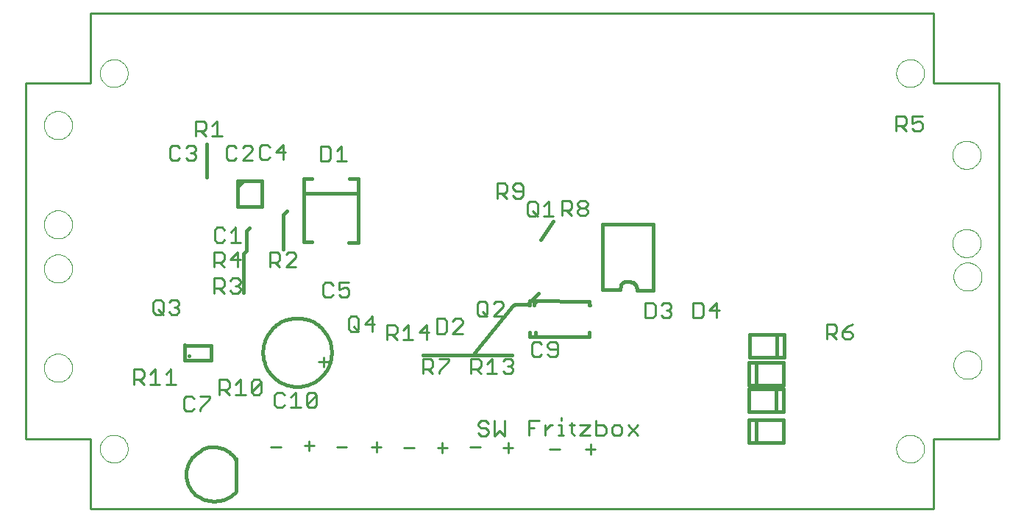
<source format=gto>
G75*
%MOIN*%
%OFA0B0*%
%FSLAX24Y24*%
%IPPOS*%
%LPD*%
%AMOC8*
5,1,8,0,0,1.08239X$1,22.5*
%
%ADD10C,0.0100*%
%ADD11C,0.0000*%
%ADD12C,0.0110*%
%ADD13C,0.0160*%
D10*
X004668Y002075D02*
X042857Y002075D01*
X042857Y005224D01*
X045810Y005224D01*
X045810Y021366D01*
X042857Y021366D01*
X042857Y024516D01*
X004668Y024516D01*
X004668Y021366D01*
X001715Y021366D01*
X001715Y005224D01*
X004668Y005224D01*
X004668Y002075D01*
D11*
X005091Y004781D02*
X005093Y004831D01*
X005099Y004881D01*
X005109Y004930D01*
X005123Y004978D01*
X005140Y005025D01*
X005161Y005070D01*
X005186Y005114D01*
X005214Y005155D01*
X005246Y005194D01*
X005280Y005231D01*
X005317Y005265D01*
X005357Y005295D01*
X005399Y005322D01*
X005443Y005346D01*
X005489Y005367D01*
X005536Y005383D01*
X005584Y005396D01*
X005634Y005405D01*
X005683Y005410D01*
X005734Y005411D01*
X005784Y005408D01*
X005833Y005401D01*
X005882Y005390D01*
X005930Y005375D01*
X005976Y005357D01*
X006021Y005335D01*
X006064Y005309D01*
X006105Y005280D01*
X006144Y005248D01*
X006180Y005213D01*
X006212Y005175D01*
X006242Y005135D01*
X006269Y005092D01*
X006292Y005048D01*
X006311Y005002D01*
X006327Y004954D01*
X006339Y004905D01*
X006347Y004856D01*
X006351Y004806D01*
X006351Y004756D01*
X006347Y004706D01*
X006339Y004657D01*
X006327Y004608D01*
X006311Y004560D01*
X006292Y004514D01*
X006269Y004470D01*
X006242Y004427D01*
X006212Y004387D01*
X006180Y004349D01*
X006144Y004314D01*
X006105Y004282D01*
X006064Y004253D01*
X006021Y004227D01*
X005976Y004205D01*
X005930Y004187D01*
X005882Y004172D01*
X005833Y004161D01*
X005784Y004154D01*
X005734Y004151D01*
X005683Y004152D01*
X005634Y004157D01*
X005584Y004166D01*
X005536Y004179D01*
X005489Y004195D01*
X005443Y004216D01*
X005399Y004240D01*
X005357Y004267D01*
X005317Y004297D01*
X005280Y004331D01*
X005246Y004368D01*
X005214Y004407D01*
X005186Y004448D01*
X005161Y004492D01*
X005140Y004537D01*
X005123Y004584D01*
X005109Y004632D01*
X005099Y004681D01*
X005093Y004731D01*
X005091Y004781D01*
X002550Y008452D02*
X002552Y008502D01*
X002558Y008552D01*
X002568Y008601D01*
X002581Y008650D01*
X002599Y008697D01*
X002620Y008743D01*
X002644Y008786D01*
X002672Y008828D01*
X002703Y008868D01*
X002737Y008905D01*
X002774Y008939D01*
X002814Y008970D01*
X002856Y008998D01*
X002899Y009022D01*
X002945Y009043D01*
X002992Y009061D01*
X003041Y009074D01*
X003090Y009084D01*
X003140Y009090D01*
X003190Y009092D01*
X003240Y009090D01*
X003290Y009084D01*
X003339Y009074D01*
X003388Y009061D01*
X003435Y009043D01*
X003481Y009022D01*
X003524Y008998D01*
X003566Y008970D01*
X003606Y008939D01*
X003643Y008905D01*
X003677Y008868D01*
X003708Y008828D01*
X003736Y008786D01*
X003760Y008743D01*
X003781Y008697D01*
X003799Y008650D01*
X003812Y008601D01*
X003822Y008552D01*
X003828Y008502D01*
X003830Y008452D01*
X003828Y008402D01*
X003822Y008352D01*
X003812Y008303D01*
X003799Y008254D01*
X003781Y008207D01*
X003760Y008161D01*
X003736Y008118D01*
X003708Y008076D01*
X003677Y008036D01*
X003643Y007999D01*
X003606Y007965D01*
X003566Y007934D01*
X003524Y007906D01*
X003481Y007882D01*
X003435Y007861D01*
X003388Y007843D01*
X003339Y007830D01*
X003290Y007820D01*
X003240Y007814D01*
X003190Y007812D01*
X003140Y007814D01*
X003090Y007820D01*
X003041Y007830D01*
X002992Y007843D01*
X002945Y007861D01*
X002899Y007882D01*
X002856Y007906D01*
X002814Y007934D01*
X002774Y007965D01*
X002737Y007999D01*
X002703Y008036D01*
X002672Y008076D01*
X002644Y008118D01*
X002620Y008161D01*
X002599Y008207D01*
X002581Y008254D01*
X002568Y008303D01*
X002558Y008352D01*
X002552Y008402D01*
X002550Y008452D01*
X002550Y012952D02*
X002552Y013002D01*
X002558Y013052D01*
X002568Y013101D01*
X002581Y013150D01*
X002599Y013197D01*
X002620Y013243D01*
X002644Y013286D01*
X002672Y013328D01*
X002703Y013368D01*
X002737Y013405D01*
X002774Y013439D01*
X002814Y013470D01*
X002856Y013498D01*
X002899Y013522D01*
X002945Y013543D01*
X002992Y013561D01*
X003041Y013574D01*
X003090Y013584D01*
X003140Y013590D01*
X003190Y013592D01*
X003240Y013590D01*
X003290Y013584D01*
X003339Y013574D01*
X003388Y013561D01*
X003435Y013543D01*
X003481Y013522D01*
X003524Y013498D01*
X003566Y013470D01*
X003606Y013439D01*
X003643Y013405D01*
X003677Y013368D01*
X003708Y013328D01*
X003736Y013286D01*
X003760Y013243D01*
X003781Y013197D01*
X003799Y013150D01*
X003812Y013101D01*
X003822Y013052D01*
X003828Y013002D01*
X003830Y012952D01*
X003828Y012902D01*
X003822Y012852D01*
X003812Y012803D01*
X003799Y012754D01*
X003781Y012707D01*
X003760Y012661D01*
X003736Y012618D01*
X003708Y012576D01*
X003677Y012536D01*
X003643Y012499D01*
X003606Y012465D01*
X003566Y012434D01*
X003524Y012406D01*
X003481Y012382D01*
X003435Y012361D01*
X003388Y012343D01*
X003339Y012330D01*
X003290Y012320D01*
X003240Y012314D01*
X003190Y012312D01*
X003140Y012314D01*
X003090Y012320D01*
X003041Y012330D01*
X002992Y012343D01*
X002945Y012361D01*
X002899Y012382D01*
X002856Y012406D01*
X002814Y012434D01*
X002774Y012465D01*
X002737Y012499D01*
X002703Y012536D01*
X002672Y012576D01*
X002644Y012618D01*
X002620Y012661D01*
X002599Y012707D01*
X002581Y012754D01*
X002568Y012803D01*
X002558Y012852D01*
X002552Y012902D01*
X002550Y012952D01*
X002550Y014952D02*
X002552Y015002D01*
X002558Y015052D01*
X002568Y015101D01*
X002581Y015150D01*
X002599Y015197D01*
X002620Y015243D01*
X002644Y015286D01*
X002672Y015328D01*
X002703Y015368D01*
X002737Y015405D01*
X002774Y015439D01*
X002814Y015470D01*
X002856Y015498D01*
X002899Y015522D01*
X002945Y015543D01*
X002992Y015561D01*
X003041Y015574D01*
X003090Y015584D01*
X003140Y015590D01*
X003190Y015592D01*
X003240Y015590D01*
X003290Y015584D01*
X003339Y015574D01*
X003388Y015561D01*
X003435Y015543D01*
X003481Y015522D01*
X003524Y015498D01*
X003566Y015470D01*
X003606Y015439D01*
X003643Y015405D01*
X003677Y015368D01*
X003708Y015328D01*
X003736Y015286D01*
X003760Y015243D01*
X003781Y015197D01*
X003799Y015150D01*
X003812Y015101D01*
X003822Y015052D01*
X003828Y015002D01*
X003830Y014952D01*
X003828Y014902D01*
X003822Y014852D01*
X003812Y014803D01*
X003799Y014754D01*
X003781Y014707D01*
X003760Y014661D01*
X003736Y014618D01*
X003708Y014576D01*
X003677Y014536D01*
X003643Y014499D01*
X003606Y014465D01*
X003566Y014434D01*
X003524Y014406D01*
X003481Y014382D01*
X003435Y014361D01*
X003388Y014343D01*
X003339Y014330D01*
X003290Y014320D01*
X003240Y014314D01*
X003190Y014312D01*
X003140Y014314D01*
X003090Y014320D01*
X003041Y014330D01*
X002992Y014343D01*
X002945Y014361D01*
X002899Y014382D01*
X002856Y014406D01*
X002814Y014434D01*
X002774Y014465D01*
X002737Y014499D01*
X002703Y014536D01*
X002672Y014576D01*
X002644Y014618D01*
X002620Y014661D01*
X002599Y014707D01*
X002581Y014754D01*
X002568Y014803D01*
X002558Y014852D01*
X002552Y014902D01*
X002550Y014952D01*
X002550Y019452D02*
X002552Y019502D01*
X002558Y019552D01*
X002568Y019601D01*
X002581Y019650D01*
X002599Y019697D01*
X002620Y019743D01*
X002644Y019786D01*
X002672Y019828D01*
X002703Y019868D01*
X002737Y019905D01*
X002774Y019939D01*
X002814Y019970D01*
X002856Y019998D01*
X002899Y020022D01*
X002945Y020043D01*
X002992Y020061D01*
X003041Y020074D01*
X003090Y020084D01*
X003140Y020090D01*
X003190Y020092D01*
X003240Y020090D01*
X003290Y020084D01*
X003339Y020074D01*
X003388Y020061D01*
X003435Y020043D01*
X003481Y020022D01*
X003524Y019998D01*
X003566Y019970D01*
X003606Y019939D01*
X003643Y019905D01*
X003677Y019868D01*
X003708Y019828D01*
X003736Y019786D01*
X003760Y019743D01*
X003781Y019697D01*
X003799Y019650D01*
X003812Y019601D01*
X003822Y019552D01*
X003828Y019502D01*
X003830Y019452D01*
X003828Y019402D01*
X003822Y019352D01*
X003812Y019303D01*
X003799Y019254D01*
X003781Y019207D01*
X003760Y019161D01*
X003736Y019118D01*
X003708Y019076D01*
X003677Y019036D01*
X003643Y018999D01*
X003606Y018965D01*
X003566Y018934D01*
X003524Y018906D01*
X003481Y018882D01*
X003435Y018861D01*
X003388Y018843D01*
X003339Y018830D01*
X003290Y018820D01*
X003240Y018814D01*
X003190Y018812D01*
X003140Y018814D01*
X003090Y018820D01*
X003041Y018830D01*
X002992Y018843D01*
X002945Y018861D01*
X002899Y018882D01*
X002856Y018906D01*
X002814Y018934D01*
X002774Y018965D01*
X002737Y018999D01*
X002703Y019036D01*
X002672Y019076D01*
X002644Y019118D01*
X002620Y019161D01*
X002599Y019207D01*
X002581Y019254D01*
X002568Y019303D01*
X002558Y019352D01*
X002552Y019402D01*
X002550Y019452D01*
X005091Y021809D02*
X005093Y021859D01*
X005099Y021909D01*
X005109Y021958D01*
X005123Y022006D01*
X005140Y022053D01*
X005161Y022098D01*
X005186Y022142D01*
X005214Y022183D01*
X005246Y022222D01*
X005280Y022259D01*
X005317Y022293D01*
X005357Y022323D01*
X005399Y022350D01*
X005443Y022374D01*
X005489Y022395D01*
X005536Y022411D01*
X005584Y022424D01*
X005634Y022433D01*
X005683Y022438D01*
X005734Y022439D01*
X005784Y022436D01*
X005833Y022429D01*
X005882Y022418D01*
X005930Y022403D01*
X005976Y022385D01*
X006021Y022363D01*
X006064Y022337D01*
X006105Y022308D01*
X006144Y022276D01*
X006180Y022241D01*
X006212Y022203D01*
X006242Y022163D01*
X006269Y022120D01*
X006292Y022076D01*
X006311Y022030D01*
X006327Y021982D01*
X006339Y021933D01*
X006347Y021884D01*
X006351Y021834D01*
X006351Y021784D01*
X006347Y021734D01*
X006339Y021685D01*
X006327Y021636D01*
X006311Y021588D01*
X006292Y021542D01*
X006269Y021498D01*
X006242Y021455D01*
X006212Y021415D01*
X006180Y021377D01*
X006144Y021342D01*
X006105Y021310D01*
X006064Y021281D01*
X006021Y021255D01*
X005976Y021233D01*
X005930Y021215D01*
X005882Y021200D01*
X005833Y021189D01*
X005784Y021182D01*
X005734Y021179D01*
X005683Y021180D01*
X005634Y021185D01*
X005584Y021194D01*
X005536Y021207D01*
X005489Y021223D01*
X005443Y021244D01*
X005399Y021268D01*
X005357Y021295D01*
X005317Y021325D01*
X005280Y021359D01*
X005246Y021396D01*
X005214Y021435D01*
X005186Y021476D01*
X005161Y021520D01*
X005140Y021565D01*
X005123Y021612D01*
X005109Y021660D01*
X005099Y021709D01*
X005093Y021759D01*
X005091Y021809D01*
X041174Y021809D02*
X041176Y021859D01*
X041182Y021909D01*
X041192Y021958D01*
X041206Y022006D01*
X041223Y022053D01*
X041244Y022098D01*
X041269Y022142D01*
X041297Y022183D01*
X041329Y022222D01*
X041363Y022259D01*
X041400Y022293D01*
X041440Y022323D01*
X041482Y022350D01*
X041526Y022374D01*
X041572Y022395D01*
X041619Y022411D01*
X041667Y022424D01*
X041717Y022433D01*
X041766Y022438D01*
X041817Y022439D01*
X041867Y022436D01*
X041916Y022429D01*
X041965Y022418D01*
X042013Y022403D01*
X042059Y022385D01*
X042104Y022363D01*
X042147Y022337D01*
X042188Y022308D01*
X042227Y022276D01*
X042263Y022241D01*
X042295Y022203D01*
X042325Y022163D01*
X042352Y022120D01*
X042375Y022076D01*
X042394Y022030D01*
X042410Y021982D01*
X042422Y021933D01*
X042430Y021884D01*
X042434Y021834D01*
X042434Y021784D01*
X042430Y021734D01*
X042422Y021685D01*
X042410Y021636D01*
X042394Y021588D01*
X042375Y021542D01*
X042352Y021498D01*
X042325Y021455D01*
X042295Y021415D01*
X042263Y021377D01*
X042227Y021342D01*
X042188Y021310D01*
X042147Y021281D01*
X042104Y021255D01*
X042059Y021233D01*
X042013Y021215D01*
X041965Y021200D01*
X041916Y021189D01*
X041867Y021182D01*
X041817Y021179D01*
X041766Y021180D01*
X041717Y021185D01*
X041667Y021194D01*
X041619Y021207D01*
X041572Y021223D01*
X041526Y021244D01*
X041482Y021268D01*
X041440Y021295D01*
X041400Y021325D01*
X041363Y021359D01*
X041329Y021396D01*
X041297Y021435D01*
X041269Y021476D01*
X041244Y021520D01*
X041223Y021565D01*
X041206Y021612D01*
X041192Y021660D01*
X041182Y021709D01*
X041176Y021759D01*
X041174Y021809D01*
X043718Y018102D02*
X043720Y018152D01*
X043726Y018202D01*
X043736Y018251D01*
X043749Y018300D01*
X043767Y018347D01*
X043788Y018393D01*
X043812Y018436D01*
X043840Y018478D01*
X043871Y018518D01*
X043905Y018555D01*
X043942Y018589D01*
X043982Y018620D01*
X044024Y018648D01*
X044067Y018672D01*
X044113Y018693D01*
X044160Y018711D01*
X044209Y018724D01*
X044258Y018734D01*
X044308Y018740D01*
X044358Y018742D01*
X044408Y018740D01*
X044458Y018734D01*
X044507Y018724D01*
X044556Y018711D01*
X044603Y018693D01*
X044649Y018672D01*
X044692Y018648D01*
X044734Y018620D01*
X044774Y018589D01*
X044811Y018555D01*
X044845Y018518D01*
X044876Y018478D01*
X044904Y018436D01*
X044928Y018393D01*
X044949Y018347D01*
X044967Y018300D01*
X044980Y018251D01*
X044990Y018202D01*
X044996Y018152D01*
X044998Y018102D01*
X044996Y018052D01*
X044990Y018002D01*
X044980Y017953D01*
X044967Y017904D01*
X044949Y017857D01*
X044928Y017811D01*
X044904Y017768D01*
X044876Y017726D01*
X044845Y017686D01*
X044811Y017649D01*
X044774Y017615D01*
X044734Y017584D01*
X044692Y017556D01*
X044649Y017532D01*
X044603Y017511D01*
X044556Y017493D01*
X044507Y017480D01*
X044458Y017470D01*
X044408Y017464D01*
X044358Y017462D01*
X044308Y017464D01*
X044258Y017470D01*
X044209Y017480D01*
X044160Y017493D01*
X044113Y017511D01*
X044067Y017532D01*
X044024Y017556D01*
X043982Y017584D01*
X043942Y017615D01*
X043905Y017649D01*
X043871Y017686D01*
X043840Y017726D01*
X043812Y017768D01*
X043788Y017811D01*
X043767Y017857D01*
X043749Y017904D01*
X043736Y017953D01*
X043726Y018002D01*
X043720Y018052D01*
X043718Y018102D01*
X043718Y014102D02*
X043720Y014152D01*
X043726Y014202D01*
X043736Y014251D01*
X043749Y014300D01*
X043767Y014347D01*
X043788Y014393D01*
X043812Y014436D01*
X043840Y014478D01*
X043871Y014518D01*
X043905Y014555D01*
X043942Y014589D01*
X043982Y014620D01*
X044024Y014648D01*
X044067Y014672D01*
X044113Y014693D01*
X044160Y014711D01*
X044209Y014724D01*
X044258Y014734D01*
X044308Y014740D01*
X044358Y014742D01*
X044408Y014740D01*
X044458Y014734D01*
X044507Y014724D01*
X044556Y014711D01*
X044603Y014693D01*
X044649Y014672D01*
X044692Y014648D01*
X044734Y014620D01*
X044774Y014589D01*
X044811Y014555D01*
X044845Y014518D01*
X044876Y014478D01*
X044904Y014436D01*
X044928Y014393D01*
X044949Y014347D01*
X044967Y014300D01*
X044980Y014251D01*
X044990Y014202D01*
X044996Y014152D01*
X044998Y014102D01*
X044996Y014052D01*
X044990Y014002D01*
X044980Y013953D01*
X044967Y013904D01*
X044949Y013857D01*
X044928Y013811D01*
X044904Y013768D01*
X044876Y013726D01*
X044845Y013686D01*
X044811Y013649D01*
X044774Y013615D01*
X044734Y013584D01*
X044692Y013556D01*
X044649Y013532D01*
X044603Y013511D01*
X044556Y013493D01*
X044507Y013480D01*
X044458Y013470D01*
X044408Y013464D01*
X044358Y013462D01*
X044308Y013464D01*
X044258Y013470D01*
X044209Y013480D01*
X044160Y013493D01*
X044113Y013511D01*
X044067Y013532D01*
X044024Y013556D01*
X043982Y013584D01*
X043942Y013615D01*
X043905Y013649D01*
X043871Y013686D01*
X043840Y013726D01*
X043812Y013768D01*
X043788Y013811D01*
X043767Y013857D01*
X043749Y013904D01*
X043736Y013953D01*
X043726Y014002D01*
X043720Y014052D01*
X043718Y014102D01*
X043762Y012585D02*
X043764Y012635D01*
X043770Y012685D01*
X043780Y012734D01*
X043793Y012783D01*
X043811Y012830D01*
X043832Y012876D01*
X043856Y012919D01*
X043884Y012961D01*
X043915Y013001D01*
X043949Y013038D01*
X043986Y013072D01*
X044026Y013103D01*
X044068Y013131D01*
X044111Y013155D01*
X044157Y013176D01*
X044204Y013194D01*
X044253Y013207D01*
X044302Y013217D01*
X044352Y013223D01*
X044402Y013225D01*
X044452Y013223D01*
X044502Y013217D01*
X044551Y013207D01*
X044600Y013194D01*
X044647Y013176D01*
X044693Y013155D01*
X044736Y013131D01*
X044778Y013103D01*
X044818Y013072D01*
X044855Y013038D01*
X044889Y013001D01*
X044920Y012961D01*
X044948Y012919D01*
X044972Y012876D01*
X044993Y012830D01*
X045011Y012783D01*
X045024Y012734D01*
X045034Y012685D01*
X045040Y012635D01*
X045042Y012585D01*
X045040Y012535D01*
X045034Y012485D01*
X045024Y012436D01*
X045011Y012387D01*
X044993Y012340D01*
X044972Y012294D01*
X044948Y012251D01*
X044920Y012209D01*
X044889Y012169D01*
X044855Y012132D01*
X044818Y012098D01*
X044778Y012067D01*
X044736Y012039D01*
X044693Y012015D01*
X044647Y011994D01*
X044600Y011976D01*
X044551Y011963D01*
X044502Y011953D01*
X044452Y011947D01*
X044402Y011945D01*
X044352Y011947D01*
X044302Y011953D01*
X044253Y011963D01*
X044204Y011976D01*
X044157Y011994D01*
X044111Y012015D01*
X044068Y012039D01*
X044026Y012067D01*
X043986Y012098D01*
X043949Y012132D01*
X043915Y012169D01*
X043884Y012209D01*
X043856Y012251D01*
X043832Y012294D01*
X043811Y012340D01*
X043793Y012387D01*
X043780Y012436D01*
X043770Y012485D01*
X043764Y012535D01*
X043762Y012585D01*
X043762Y008585D02*
X043764Y008635D01*
X043770Y008685D01*
X043780Y008734D01*
X043793Y008783D01*
X043811Y008830D01*
X043832Y008876D01*
X043856Y008919D01*
X043884Y008961D01*
X043915Y009001D01*
X043949Y009038D01*
X043986Y009072D01*
X044026Y009103D01*
X044068Y009131D01*
X044111Y009155D01*
X044157Y009176D01*
X044204Y009194D01*
X044253Y009207D01*
X044302Y009217D01*
X044352Y009223D01*
X044402Y009225D01*
X044452Y009223D01*
X044502Y009217D01*
X044551Y009207D01*
X044600Y009194D01*
X044647Y009176D01*
X044693Y009155D01*
X044736Y009131D01*
X044778Y009103D01*
X044818Y009072D01*
X044855Y009038D01*
X044889Y009001D01*
X044920Y008961D01*
X044948Y008919D01*
X044972Y008876D01*
X044993Y008830D01*
X045011Y008783D01*
X045024Y008734D01*
X045034Y008685D01*
X045040Y008635D01*
X045042Y008585D01*
X045040Y008535D01*
X045034Y008485D01*
X045024Y008436D01*
X045011Y008387D01*
X044993Y008340D01*
X044972Y008294D01*
X044948Y008251D01*
X044920Y008209D01*
X044889Y008169D01*
X044855Y008132D01*
X044818Y008098D01*
X044778Y008067D01*
X044736Y008039D01*
X044693Y008015D01*
X044647Y007994D01*
X044600Y007976D01*
X044551Y007963D01*
X044502Y007953D01*
X044452Y007947D01*
X044402Y007945D01*
X044352Y007947D01*
X044302Y007953D01*
X044253Y007963D01*
X044204Y007976D01*
X044157Y007994D01*
X044111Y008015D01*
X044068Y008039D01*
X044026Y008067D01*
X043986Y008098D01*
X043949Y008132D01*
X043915Y008169D01*
X043884Y008209D01*
X043856Y008251D01*
X043832Y008294D01*
X043811Y008340D01*
X043793Y008387D01*
X043780Y008436D01*
X043770Y008485D01*
X043764Y008535D01*
X043762Y008585D01*
X041174Y004781D02*
X041176Y004831D01*
X041182Y004881D01*
X041192Y004930D01*
X041206Y004978D01*
X041223Y005025D01*
X041244Y005070D01*
X041269Y005114D01*
X041297Y005155D01*
X041329Y005194D01*
X041363Y005231D01*
X041400Y005265D01*
X041440Y005295D01*
X041482Y005322D01*
X041526Y005346D01*
X041572Y005367D01*
X041619Y005383D01*
X041667Y005396D01*
X041717Y005405D01*
X041766Y005410D01*
X041817Y005411D01*
X041867Y005408D01*
X041916Y005401D01*
X041965Y005390D01*
X042013Y005375D01*
X042059Y005357D01*
X042104Y005335D01*
X042147Y005309D01*
X042188Y005280D01*
X042227Y005248D01*
X042263Y005213D01*
X042295Y005175D01*
X042325Y005135D01*
X042352Y005092D01*
X042375Y005048D01*
X042394Y005002D01*
X042410Y004954D01*
X042422Y004905D01*
X042430Y004856D01*
X042434Y004806D01*
X042434Y004756D01*
X042430Y004706D01*
X042422Y004657D01*
X042410Y004608D01*
X042394Y004560D01*
X042375Y004514D01*
X042352Y004470D01*
X042325Y004427D01*
X042295Y004387D01*
X042263Y004349D01*
X042227Y004314D01*
X042188Y004282D01*
X042147Y004253D01*
X042104Y004227D01*
X042059Y004205D01*
X042013Y004187D01*
X041965Y004172D01*
X041916Y004161D01*
X041867Y004154D01*
X041817Y004151D01*
X041766Y004152D01*
X041717Y004157D01*
X041667Y004166D01*
X041619Y004179D01*
X041572Y004195D01*
X041526Y004216D01*
X041482Y004240D01*
X041440Y004267D01*
X041400Y004297D01*
X041363Y004331D01*
X041329Y004368D01*
X041297Y004407D01*
X041269Y004448D01*
X041244Y004492D01*
X041223Y004537D01*
X041206Y004584D01*
X041192Y004632D01*
X041182Y004681D01*
X041176Y004731D01*
X041174Y004781D01*
D12*
X039076Y009761D02*
X038850Y009761D01*
X038737Y009874D01*
X038737Y010100D01*
X039076Y010100D01*
X039189Y009987D01*
X039189Y009874D01*
X039076Y009761D01*
X038737Y010100D02*
X038963Y010326D01*
X039189Y010439D01*
X038464Y010326D02*
X038464Y010100D01*
X038351Y009987D01*
X038012Y009987D01*
X038238Y009987D02*
X038464Y009761D01*
X038012Y009761D02*
X038012Y010439D01*
X038351Y010439D01*
X038464Y010326D01*
X033150Y011058D02*
X032698Y011058D01*
X033037Y011397D01*
X033037Y010719D01*
X032425Y010832D02*
X032425Y011284D01*
X032312Y011397D01*
X031973Y011397D01*
X031973Y010719D01*
X032312Y010719D01*
X032425Y010832D01*
X030975Y010832D02*
X030862Y010719D01*
X030636Y010719D01*
X030523Y010832D01*
X030250Y010832D02*
X030250Y011284D01*
X030137Y011397D01*
X029798Y011397D01*
X029798Y010719D01*
X030137Y010719D01*
X030250Y010832D01*
X030749Y011058D02*
X030862Y011058D01*
X030975Y010945D01*
X030975Y010832D01*
X030862Y011058D02*
X030975Y011171D01*
X030975Y011284D01*
X030862Y011397D01*
X030636Y011397D01*
X030523Y011284D01*
X025823Y009515D02*
X025823Y009063D01*
X025710Y008950D01*
X025484Y008950D01*
X025371Y009063D01*
X025484Y009289D02*
X025823Y009289D01*
X025823Y009515D02*
X025710Y009628D01*
X025484Y009628D01*
X025371Y009515D01*
X025371Y009402D01*
X025484Y009289D01*
X025098Y009515D02*
X024985Y009628D01*
X024759Y009628D01*
X024646Y009515D01*
X024646Y009063D01*
X024759Y008950D01*
X024985Y008950D01*
X025098Y009063D01*
X023801Y008750D02*
X023801Y008637D01*
X023688Y008524D01*
X023801Y008411D01*
X023801Y008298D01*
X023688Y008185D01*
X023462Y008185D01*
X023349Y008298D01*
X023076Y008185D02*
X022624Y008185D01*
X022850Y008185D02*
X022850Y008863D01*
X022624Y008637D01*
X022351Y008524D02*
X022238Y008411D01*
X021899Y008411D01*
X021899Y008185D02*
X021899Y008863D01*
X022238Y008863D01*
X022351Y008750D01*
X022351Y008524D01*
X022125Y008411D02*
X022351Y008185D01*
X023349Y008750D02*
X023462Y008863D01*
X023688Y008863D01*
X023801Y008750D01*
X023688Y008524D02*
X023575Y008524D01*
X021523Y010000D02*
X021071Y010000D01*
X021523Y010452D01*
X021523Y010565D01*
X021410Y010678D01*
X021184Y010678D01*
X021071Y010565D01*
X020798Y010565D02*
X020685Y010678D01*
X020346Y010678D01*
X020346Y010000D01*
X020685Y010000D01*
X020798Y010113D01*
X020798Y010565D01*
X019883Y010402D02*
X019544Y010063D01*
X019996Y010063D01*
X019883Y009724D02*
X019883Y010402D01*
X019045Y010402D02*
X019045Y009724D01*
X018819Y009724D02*
X019271Y009724D01*
X018819Y010176D02*
X019045Y010402D01*
X018546Y010289D02*
X018546Y010063D01*
X018433Y009950D01*
X018094Y009950D01*
X018094Y009724D02*
X018094Y010402D01*
X018433Y010402D01*
X018546Y010289D01*
X018320Y009950D02*
X018546Y009724D01*
X017416Y010102D02*
X017416Y010780D01*
X017077Y010441D01*
X017529Y010441D01*
X016803Y010667D02*
X016803Y010215D01*
X016691Y010102D01*
X016465Y010102D01*
X016352Y010215D01*
X016352Y010667D01*
X016465Y010780D01*
X016691Y010780D01*
X016803Y010667D01*
X016578Y010328D02*
X016803Y010102D01*
X015225Y008939D02*
X015225Y008487D01*
X014999Y008713D02*
X015451Y008713D01*
X014790Y007338D02*
X014564Y007338D01*
X014451Y007225D01*
X014451Y006773D01*
X014903Y007225D01*
X014903Y006773D01*
X014790Y006660D01*
X014564Y006660D01*
X014451Y006773D01*
X014178Y006660D02*
X013726Y006660D01*
X013952Y006660D02*
X013952Y007338D01*
X013726Y007112D01*
X013453Y007225D02*
X013340Y007338D01*
X013114Y007338D01*
X013001Y007225D01*
X013001Y006773D01*
X013114Y006660D01*
X013340Y006660D01*
X013453Y006773D01*
X012405Y007350D02*
X012292Y007237D01*
X012066Y007237D01*
X011953Y007350D01*
X012405Y007802D01*
X012405Y007350D01*
X011953Y007350D02*
X011953Y007802D01*
X012066Y007915D01*
X012292Y007915D01*
X012405Y007802D01*
X011680Y007237D02*
X011228Y007237D01*
X011454Y007237D02*
X011454Y007915D01*
X011228Y007689D01*
X010955Y007802D02*
X010955Y007576D01*
X010842Y007463D01*
X010503Y007463D01*
X010729Y007463D02*
X010955Y007237D01*
X010503Y007237D02*
X010503Y007915D01*
X010842Y007915D01*
X010955Y007802D01*
X010070Y007161D02*
X010070Y007048D01*
X009618Y006596D01*
X009618Y006483D01*
X009345Y006596D02*
X009232Y006483D01*
X009006Y006483D01*
X008893Y006596D01*
X008893Y007048D01*
X009006Y007161D01*
X009232Y007161D01*
X009345Y007048D01*
X009618Y007161D02*
X010070Y007161D01*
X008533Y007706D02*
X008081Y007706D01*
X008307Y007706D02*
X008307Y008384D01*
X008081Y008158D01*
X007582Y008384D02*
X007582Y007706D01*
X007356Y007706D02*
X007808Y007706D01*
X007356Y008158D02*
X007582Y008384D01*
X007083Y008271D02*
X007083Y008045D01*
X006970Y007932D01*
X006631Y007932D01*
X006857Y007932D02*
X007083Y007706D01*
X006631Y007706D02*
X006631Y008384D01*
X006970Y008384D01*
X007083Y008271D01*
X007610Y010866D02*
X007497Y010979D01*
X007497Y011431D01*
X007610Y011544D01*
X007836Y011544D01*
X007949Y011431D01*
X007949Y010979D01*
X007836Y010866D01*
X007610Y010866D01*
X007723Y011092D02*
X007949Y010866D01*
X008222Y010979D02*
X008335Y010866D01*
X008561Y010866D01*
X008674Y010979D01*
X008674Y011092D01*
X008561Y011205D01*
X008448Y011205D01*
X008561Y011205D02*
X008674Y011318D01*
X008674Y011431D01*
X008561Y011544D01*
X008335Y011544D01*
X008222Y011431D01*
X010268Y011835D02*
X010268Y012513D01*
X010607Y012513D01*
X010720Y012400D01*
X010720Y012174D01*
X010607Y012061D01*
X010268Y012061D01*
X010494Y012061D02*
X010720Y011835D01*
X010993Y011948D02*
X011106Y011835D01*
X011332Y011835D01*
X011445Y011948D01*
X011445Y012061D01*
X011332Y012174D01*
X011219Y012174D01*
X011332Y012174D02*
X011445Y012287D01*
X011445Y012400D01*
X011332Y012513D01*
X011106Y012513D01*
X010993Y012400D01*
X010720Y013016D02*
X010494Y013242D01*
X010607Y013242D02*
X010268Y013242D01*
X010268Y013016D02*
X010268Y013694D01*
X010607Y013694D01*
X010720Y013581D01*
X010720Y013355D01*
X010607Y013242D01*
X010993Y013355D02*
X011445Y013355D01*
X011332Y013694D02*
X010993Y013355D01*
X011332Y013016D02*
X011332Y013694D01*
X011240Y014138D02*
X011240Y014816D01*
X011014Y014590D01*
X010741Y014703D02*
X010628Y014816D01*
X010402Y014816D01*
X010289Y014703D01*
X010289Y014251D01*
X010402Y014138D01*
X010628Y014138D01*
X010741Y014251D01*
X011014Y014138D02*
X011466Y014138D01*
X012785Y013695D02*
X013124Y013695D01*
X013237Y013582D01*
X013237Y013356D01*
X013124Y013243D01*
X012785Y013243D01*
X012785Y013017D02*
X012785Y013695D01*
X013011Y013243D02*
X013237Y013017D01*
X013510Y013017D02*
X013962Y013469D01*
X013962Y013582D01*
X013849Y013695D01*
X013623Y013695D01*
X013510Y013582D01*
X013510Y013017D02*
X013962Y013017D01*
X015195Y012211D02*
X015195Y011759D01*
X015308Y011646D01*
X015534Y011646D01*
X015647Y011759D01*
X015920Y011759D02*
X016033Y011646D01*
X016259Y011646D01*
X016372Y011759D01*
X016372Y011985D01*
X016259Y012098D01*
X016146Y012098D01*
X015920Y011985D01*
X015920Y012324D01*
X016372Y012324D01*
X015647Y012211D02*
X015534Y012324D01*
X015308Y012324D01*
X015195Y012211D01*
X019724Y008863D02*
X020063Y008863D01*
X020176Y008750D01*
X020176Y008524D01*
X020063Y008411D01*
X019724Y008411D01*
X019724Y008185D02*
X019724Y008863D01*
X019950Y008411D02*
X020176Y008185D01*
X020449Y008185D02*
X020449Y008298D01*
X020901Y008750D01*
X020901Y008863D01*
X020449Y008863D01*
X022303Y010785D02*
X022190Y010898D01*
X022190Y011350D01*
X022303Y011463D01*
X022529Y011463D01*
X022642Y011350D01*
X022642Y010898D01*
X022529Y010785D01*
X022303Y010785D01*
X022416Y011011D02*
X022642Y010785D01*
X022915Y010785D02*
X023367Y011237D01*
X023367Y011350D01*
X023254Y011463D01*
X023028Y011463D01*
X022915Y011350D01*
X022915Y010785D02*
X023367Y010785D01*
X025981Y006185D02*
X025981Y006072D01*
X025981Y005847D02*
X025981Y005395D01*
X025868Y005395D02*
X026094Y005395D01*
X026464Y005508D02*
X026577Y005395D01*
X026464Y005508D02*
X026464Y005960D01*
X026351Y005847D02*
X026577Y005847D01*
X026834Y005847D02*
X027286Y005847D01*
X026834Y005395D01*
X027286Y005395D01*
X027559Y005395D02*
X027898Y005395D01*
X028011Y005508D01*
X028011Y005734D01*
X027898Y005847D01*
X027559Y005847D01*
X027559Y006072D02*
X027559Y005395D01*
X027312Y004980D02*
X027312Y004528D01*
X027086Y004754D02*
X027538Y004754D01*
X028285Y005508D02*
X028398Y005395D01*
X028624Y005395D01*
X028737Y005508D01*
X028737Y005734D01*
X028624Y005847D01*
X028398Y005847D01*
X028285Y005734D01*
X028285Y005508D01*
X029010Y005395D02*
X029462Y005847D01*
X029010Y005847D02*
X029462Y005395D01*
X025981Y005847D02*
X025868Y005847D01*
X025603Y005847D02*
X025490Y005847D01*
X025264Y005621D01*
X025264Y005395D02*
X025264Y005847D01*
X024991Y006072D02*
X024539Y006072D01*
X024539Y005395D01*
X024539Y005734D02*
X024765Y005734D01*
X023582Y005062D02*
X023582Y004610D01*
X023356Y004836D02*
X023808Y004836D01*
X023412Y005374D02*
X023412Y006052D01*
X022960Y006052D02*
X022960Y005374D01*
X023186Y005600D01*
X023412Y005374D01*
X022687Y005487D02*
X022574Y005374D01*
X022348Y005374D01*
X022235Y005487D01*
X022348Y005713D02*
X022574Y005713D01*
X022687Y005600D01*
X022687Y005487D01*
X022348Y005713D02*
X022235Y005826D01*
X022235Y005939D01*
X022348Y006052D01*
X022574Y006052D01*
X022687Y005939D01*
X020606Y005062D02*
X020606Y004610D01*
X020380Y004836D02*
X020832Y004836D01*
X021868Y004856D02*
X022320Y004856D01*
X019324Y004815D02*
X018872Y004815D01*
X017836Y004856D02*
X017384Y004856D01*
X017610Y005082D02*
X017610Y004630D01*
X016266Y004877D02*
X015814Y004877D01*
X014799Y004917D02*
X014347Y004917D01*
X014573Y005143D02*
X014573Y004691D01*
X013290Y004877D02*
X012838Y004877D01*
X014903Y007225D02*
X014790Y007338D01*
X025476Y004754D02*
X025928Y004754D01*
X025640Y015331D02*
X025188Y015331D01*
X025414Y015331D02*
X025414Y016009D01*
X025188Y015783D01*
X024914Y015896D02*
X024914Y015444D01*
X024801Y015331D01*
X024576Y015331D01*
X024463Y015444D01*
X024463Y015896D01*
X024576Y016009D01*
X024801Y016009D01*
X024914Y015896D01*
X024689Y015557D02*
X024914Y015331D01*
X026011Y015362D02*
X026011Y016040D01*
X026350Y016040D01*
X026463Y015927D01*
X026463Y015701D01*
X026350Y015588D01*
X026011Y015588D01*
X026237Y015588D02*
X026463Y015362D01*
X026736Y015475D02*
X026736Y015588D01*
X026849Y015701D01*
X027075Y015701D01*
X027188Y015588D01*
X027188Y015475D01*
X027075Y015362D01*
X026849Y015362D01*
X026736Y015475D01*
X026849Y015701D02*
X026736Y015814D01*
X026736Y015927D01*
X026849Y016040D01*
X027075Y016040D01*
X027188Y015927D01*
X027188Y015814D01*
X027075Y015701D01*
X024254Y016249D02*
X024254Y016701D01*
X024141Y016814D01*
X023915Y016814D01*
X023802Y016701D01*
X023802Y016588D01*
X023915Y016475D01*
X024254Y016475D01*
X024254Y016249D02*
X024141Y016136D01*
X023915Y016136D01*
X023802Y016249D01*
X023529Y016136D02*
X023303Y016362D01*
X023416Y016362D02*
X023077Y016362D01*
X023077Y016136D02*
X023077Y016814D01*
X023416Y016814D01*
X023529Y016701D01*
X023529Y016475D01*
X023416Y016362D01*
X016265Y017829D02*
X015813Y017829D01*
X016039Y017829D02*
X016039Y018507D01*
X015813Y018281D01*
X015540Y018394D02*
X015427Y018507D01*
X015088Y018507D01*
X015088Y017829D01*
X015427Y017829D01*
X015540Y017942D01*
X015540Y018394D01*
X013506Y018221D02*
X013054Y018221D01*
X013393Y018560D01*
X013393Y017882D01*
X012781Y017995D02*
X012668Y017882D01*
X012442Y017882D01*
X012329Y017995D01*
X012329Y018447D01*
X012442Y018560D01*
X012668Y018560D01*
X012781Y018447D01*
X011997Y018427D02*
X011884Y018540D01*
X011658Y018540D01*
X011545Y018427D01*
X011272Y018427D02*
X011159Y018540D01*
X010933Y018540D01*
X010820Y018427D01*
X010820Y017975D01*
X010933Y017862D01*
X011159Y017862D01*
X011272Y017975D01*
X011545Y017862D02*
X011997Y018314D01*
X011997Y018427D01*
X011997Y017862D02*
X011545Y017862D01*
X010620Y018960D02*
X010168Y018960D01*
X010394Y018960D02*
X010394Y019638D01*
X010168Y019412D01*
X009895Y019299D02*
X009782Y019186D01*
X009443Y019186D01*
X009443Y018960D02*
X009443Y019638D01*
X009782Y019638D01*
X009895Y019525D01*
X009895Y019299D01*
X009669Y019186D02*
X009895Y018960D01*
X009429Y018427D02*
X009316Y018540D01*
X009090Y018540D01*
X008977Y018427D01*
X008704Y018427D02*
X008591Y018540D01*
X008365Y018540D01*
X008252Y018427D01*
X008252Y017975D01*
X008365Y017862D01*
X008591Y017862D01*
X008704Y017975D01*
X008977Y017975D02*
X009090Y017862D01*
X009316Y017862D01*
X009429Y017975D01*
X009429Y018088D01*
X009316Y018201D01*
X009203Y018201D01*
X009316Y018201D02*
X009429Y018314D01*
X009429Y018427D01*
X041171Y019188D02*
X041171Y019866D01*
X041510Y019866D01*
X041623Y019753D01*
X041623Y019527D01*
X041510Y019414D01*
X041171Y019414D01*
X041397Y019414D02*
X041623Y019188D01*
X041896Y019301D02*
X042009Y019188D01*
X042235Y019188D01*
X042348Y019301D01*
X042348Y019527D01*
X042235Y019640D01*
X042122Y019640D01*
X041896Y019527D01*
X041896Y019866D01*
X042348Y019866D01*
D13*
X030165Y014970D02*
X030165Y011973D01*
X029441Y011973D01*
X029410Y012004D02*
X029413Y012036D01*
X029412Y012068D01*
X029408Y012100D01*
X029401Y012131D01*
X029390Y012161D01*
X029376Y012190D01*
X029359Y012218D01*
X029360Y012218D02*
X029335Y012246D01*
X029307Y012272D01*
X029277Y012295D01*
X029245Y012314D01*
X029211Y012331D01*
X029175Y012344D01*
X029139Y012353D01*
X029102Y012359D01*
X029064Y012361D01*
X028677Y012198D02*
X028646Y012004D01*
X028626Y011994D02*
X027872Y011994D01*
X027872Y014960D01*
X027872Y014970D02*
X030165Y014970D01*
X025630Y015082D02*
X025060Y014257D01*
X024948Y011841D02*
X024958Y011841D01*
X024948Y011841D02*
X024448Y011341D01*
X023888Y011341D01*
X023806Y011260D01*
X022064Y009139D01*
X023745Y009037D02*
X019710Y009037D01*
X024565Y009869D02*
X027256Y009869D01*
X027271Y009894D02*
X027271Y010047D01*
X027250Y010047D01*
X027271Y011311D02*
X027281Y011311D01*
X027271Y011311D02*
X027271Y011413D01*
X027256Y011461D02*
X024585Y011481D01*
X024565Y011481D02*
X024545Y011481D01*
X024560Y011433D02*
X024560Y011290D01*
X024540Y011290D01*
X024774Y011300D02*
X024774Y011402D01*
X024785Y011402D01*
X024769Y011440D02*
X024810Y011440D01*
X024815Y010047D02*
X024825Y010047D01*
X024815Y010047D02*
X024815Y009914D01*
X024571Y009914D02*
X024571Y010057D01*
X024560Y010057D01*
X028677Y012198D02*
X028697Y012226D01*
X028719Y012253D01*
X028743Y012277D01*
X028770Y012299D01*
X028798Y012319D01*
X028829Y012335D01*
X028860Y012348D01*
X028893Y012359D01*
X028927Y012366D01*
X028962Y012369D01*
X028996Y012370D01*
X029030Y012367D01*
X029064Y012361D01*
X034516Y009945D02*
X034516Y008925D01*
X036085Y008925D01*
X036085Y009955D01*
X036075Y009955D01*
X036075Y009965D01*
X035769Y009965D01*
X035769Y008946D01*
X035759Y008946D01*
X036075Y008701D02*
X034505Y008701D01*
X034505Y007671D01*
X034516Y007671D01*
X034516Y007661D01*
X034821Y007661D01*
X034821Y008681D01*
X034832Y008681D01*
X036075Y008701D02*
X036075Y007682D01*
X036065Y007661D02*
X034821Y007661D01*
X034495Y007508D02*
X035738Y007508D01*
X035738Y006489D01*
X035728Y006489D01*
X036054Y006468D02*
X036054Y007498D01*
X036044Y007498D01*
X036044Y007508D01*
X035738Y007508D01*
X034485Y007488D02*
X034485Y006468D01*
X036054Y006468D01*
X036065Y006101D02*
X034495Y006101D01*
X034495Y005072D01*
X034505Y005072D01*
X034505Y005062D01*
X034811Y005062D01*
X034811Y006081D01*
X034821Y006081D01*
X036065Y006101D02*
X036065Y005082D01*
X036054Y005062D02*
X034811Y005062D01*
X034526Y009965D02*
X035769Y009965D01*
X016796Y014134D02*
X016358Y014134D01*
X016799Y014175D02*
X016799Y017011D01*
X016796Y017019D02*
X016388Y017019D01*
X016779Y016358D02*
X014312Y016358D01*
X014312Y014154D01*
X014330Y014145D02*
X014697Y014145D01*
X013392Y013839D02*
X013392Y015399D01*
X013566Y015572D01*
X012441Y015762D02*
X011336Y015762D01*
X011336Y016919D01*
X011346Y016919D01*
X011352Y016919D02*
X011352Y016914D01*
X012441Y016914D01*
X012441Y015762D01*
X011864Y014787D02*
X011732Y014654D01*
X011732Y013757D01*
X011609Y013635D01*
X011609Y011851D01*
X010124Y009476D02*
X008953Y009476D01*
X008942Y009481D02*
X008942Y008799D01*
X010124Y008799D01*
X010124Y009476D01*
X009126Y008982D02*
X009116Y008982D01*
X012473Y009155D02*
X012475Y009234D01*
X012481Y009312D01*
X012491Y009390D01*
X012505Y009468D01*
X012523Y009545D01*
X012544Y009620D01*
X012570Y009695D01*
X012599Y009768D01*
X012632Y009839D01*
X012668Y009909D01*
X012708Y009977D01*
X012752Y010043D01*
X012798Y010106D01*
X012848Y010167D01*
X012901Y010226D01*
X012956Y010281D01*
X013015Y010334D01*
X013076Y010384D01*
X013139Y010430D01*
X013205Y010474D01*
X013273Y010514D01*
X013343Y010550D01*
X013414Y010583D01*
X013487Y010612D01*
X013562Y010638D01*
X013637Y010659D01*
X013714Y010677D01*
X013792Y010691D01*
X013870Y010701D01*
X013948Y010707D01*
X014027Y010709D01*
X014106Y010707D01*
X014184Y010701D01*
X014262Y010691D01*
X014340Y010677D01*
X014417Y010659D01*
X014492Y010638D01*
X014567Y010612D01*
X014640Y010583D01*
X014711Y010550D01*
X014781Y010514D01*
X014849Y010474D01*
X014915Y010430D01*
X014978Y010384D01*
X015039Y010334D01*
X015098Y010281D01*
X015153Y010226D01*
X015206Y010167D01*
X015256Y010106D01*
X015302Y010043D01*
X015346Y009977D01*
X015386Y009909D01*
X015422Y009839D01*
X015455Y009768D01*
X015484Y009695D01*
X015510Y009620D01*
X015531Y009545D01*
X015549Y009468D01*
X015563Y009390D01*
X015573Y009312D01*
X015579Y009234D01*
X015581Y009155D01*
X015579Y009076D01*
X015573Y008998D01*
X015563Y008920D01*
X015549Y008842D01*
X015531Y008765D01*
X015510Y008690D01*
X015484Y008615D01*
X015455Y008542D01*
X015422Y008471D01*
X015386Y008401D01*
X015346Y008333D01*
X015302Y008267D01*
X015256Y008204D01*
X015206Y008143D01*
X015153Y008084D01*
X015098Y008029D01*
X015039Y007976D01*
X014978Y007926D01*
X014915Y007880D01*
X014849Y007836D01*
X014781Y007796D01*
X014711Y007760D01*
X014640Y007727D01*
X014567Y007698D01*
X014492Y007672D01*
X014417Y007651D01*
X014340Y007633D01*
X014262Y007619D01*
X014184Y007609D01*
X014106Y007603D01*
X014027Y007601D01*
X013948Y007603D01*
X013870Y007609D01*
X013792Y007619D01*
X013714Y007633D01*
X013637Y007651D01*
X013562Y007672D01*
X013487Y007698D01*
X013414Y007727D01*
X013343Y007760D01*
X013273Y007796D01*
X013205Y007836D01*
X013139Y007880D01*
X013076Y007926D01*
X013015Y007976D01*
X012956Y008029D01*
X012901Y008084D01*
X012848Y008143D01*
X012798Y008204D01*
X012752Y008267D01*
X012708Y008333D01*
X012668Y008401D01*
X012632Y008471D01*
X012599Y008542D01*
X012570Y008615D01*
X012544Y008690D01*
X012523Y008765D01*
X012505Y008842D01*
X012491Y008920D01*
X012481Y008998D01*
X012475Y009076D01*
X012473Y009155D01*
X011275Y004340D02*
X011275Y002850D01*
X011234Y002809D01*
X011235Y004319D02*
X011195Y004374D01*
X011153Y004428D01*
X011107Y004478D01*
X011059Y004527D01*
X011009Y004572D01*
X010956Y004615D01*
X010900Y004654D01*
X010843Y004691D01*
X010784Y004724D01*
X010723Y004755D01*
X010660Y004781D01*
X010596Y004805D01*
X010531Y004824D01*
X010465Y004840D01*
X010398Y004853D01*
X010330Y004862D01*
X010262Y004867D01*
X010194Y004868D01*
X010126Y004866D01*
X010059Y004859D01*
X009991Y004850D01*
X009991Y004851D02*
X009939Y004839D01*
X009888Y004825D01*
X009838Y004807D01*
X009789Y004786D01*
X009742Y004762D01*
X009697Y004735D01*
X009653Y004704D01*
X009612Y004672D01*
X009572Y004636D01*
X009461Y002667D02*
X009520Y002626D01*
X009581Y002589D01*
X009644Y002555D01*
X009709Y002524D01*
X009775Y002496D01*
X009843Y002473D01*
X009912Y002452D01*
X009981Y002436D01*
X010052Y002423D01*
X010123Y002413D01*
X010195Y002408D01*
X010266Y002406D01*
X010338Y002408D01*
X010409Y002414D01*
X010481Y002423D01*
X010551Y002436D01*
X010621Y002453D01*
X010690Y002474D01*
X010757Y002498D01*
X010823Y002526D01*
X010888Y002557D01*
X010951Y002591D01*
X011012Y002629D01*
X011071Y002670D01*
X011128Y002713D01*
X011182Y002760D01*
X011234Y002810D01*
X009461Y002667D02*
X009409Y002709D01*
X009359Y002753D01*
X009312Y002800D01*
X009268Y002850D01*
X009227Y002902D01*
X009188Y002956D01*
X009153Y003012D01*
X009121Y003071D01*
X009092Y003131D01*
X009067Y003192D01*
X009045Y003255D01*
X009026Y003319D01*
X009012Y003384D01*
X009001Y003449D01*
X008993Y003515D01*
X008989Y003582D01*
X008989Y003648D01*
X008993Y003715D01*
X009001Y003781D01*
X009012Y003846D01*
X009027Y003911D01*
X009045Y003975D01*
X009067Y004038D01*
X009093Y004099D01*
X009122Y004159D01*
X009154Y004217D01*
X009189Y004274D01*
X009228Y004328D01*
X009269Y004380D01*
X009314Y004429D01*
X009361Y004476D01*
X009410Y004521D01*
X009462Y004562D01*
X009517Y004601D01*
X009573Y004636D01*
X011234Y004319D02*
X011236Y004312D01*
X011236Y004306D01*
X011234Y004299D01*
X014312Y016358D02*
X014312Y017011D01*
X014340Y017019D02*
X014707Y017019D01*
X014340Y017029D02*
X014340Y017019D01*
X011520Y016873D02*
X011387Y016740D01*
X011387Y016725D01*
X009928Y017091D02*
X009928Y018589D01*
M02*

</source>
